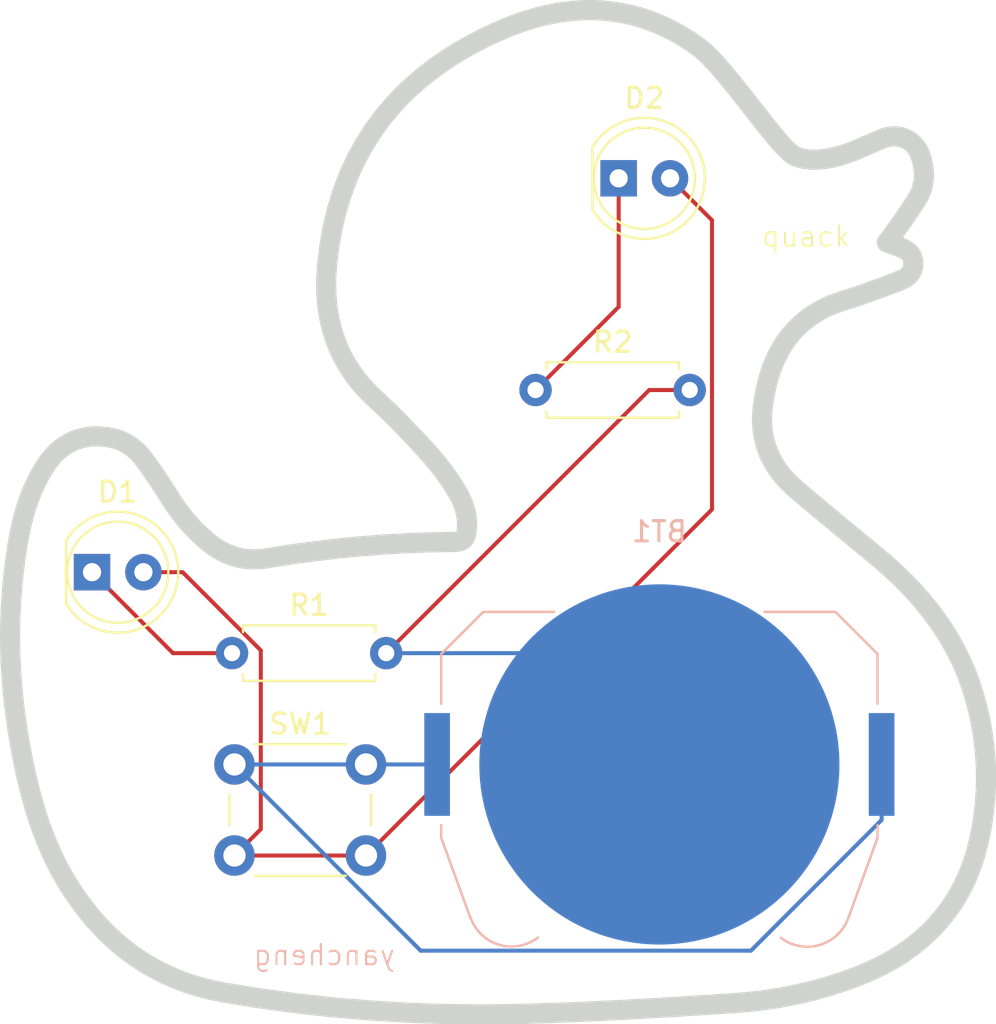
<source format=kicad_pcb>
(kicad_pcb (version 20241229) (generator "pcbnew") (generator_version "9.0")
  (layers (0 "F.Cu" signal) (2 "B.Cu" signal) (13 "F.Paste" user) (15 "B.Paste" user) (5 "F.SilkS" user "F.Silkscreen") (7 "B.SilkS" user "B.Silkscreen") (1 "F.Mask" user) (3 "B.Mask" user) (25 "Edge.Cuts" user))
  (net 0 "")
  (net 1 "Net-(BT1-+)")
  (net 2 "Net-(BT1--)")
  (net 3 "Net-(D1-K)")
  (net 4 "Net-(D2-K)")
  (net 5 "Net-(D1-A)")
  (footprint "LED_THT:LED_D5.0mm" (layer "F.Cu") (at 174.98812 68.040059)
    (property "Reference" "D2" (at 1.27 -3.96 0) (layer "F.SilkS"))
    (property "Value" "LED")
    (fp_line (start -1.29 -1.545) (end -1.29 1.545) (stroke (width 0.12)) (layer "F.SilkS"))
    (fp_arc (start -1.29 -1.54483) (mid 2.071779 -2.880495) (end 4.26 0) (stroke (width 0.12)) (layer "F.SilkS"))
    (fp_arc (start 4.26 0) (mid 2.071779 2.880495) (end -1.29 1.54483) (stroke (width 0.12)) (layer "F.SilkS"))
    (fp_circle (center 1.27 0) (end 3.77 0) (stroke (width 0.12)) (fill no) (layer "F.SilkS"))
    (pad "1" thru_hole rect (at 0 0) (size 1.8 1.8) (drill 0.9) (layers "*.Cu" "*.Mask") (net 4 "Net-(D2-K)"))
    (pad "2" thru_hole circle (at 2.54 0) (size 1.8 1.8) (drill 0.9) (layers "*.Cu" "*.Mask") (net 5 "Net-(D1-A)"))
  )
  (footprint "LED_THT:LED_D5.0mm" (layer "F.Cu") (at 148.96 87.5)
    (property "Reference" "D1" (at 1.27 -3.96 0) (layer "F.SilkS"))
    (property "Value" "LED")
    (fp_line (start -1.29 -1.545) (end -1.29 1.545) (stroke (width 0.12)) (layer "F.SilkS"))
    (fp_arc (start -1.29 -1.54483) (mid 2.071779 -2.880495) (end 4.26 0) (stroke (width 0.12)) (layer "F.SilkS"))
    (fp_arc (start 4.26 0) (mid 2.071779 2.880495) (end -1.29 1.54483) (stroke (width 0.12)) (layer "F.SilkS"))
    (fp_circle (center 1.27 0) (end 3.77 0) (stroke (width 0.12)) (fill no) (layer "F.SilkS"))
    (pad "1" thru_hole rect (at 0 0) (size 1.8 1.8) (drill 0.9) (layers "*.Cu" "*.Mask") (net 3 "Net-(D1-K)"))
    (pad "2" thru_hole circle (at 2.54 0) (size 1.8 1.8) (drill 0.9) (layers "*.Cu" "*.Mask") (net 5 "Net-(D1-A)"))
  )
  (footprint "Resistor_THT:R_Axial_DIN0207_L6.3mm_D2.5mm_P7.62mm_Horizontal" (layer "F.Cu") (at 170.88 78.5)
    (property "Reference" "R2" (at 3.81 -2.37 0) (layer "F.SilkS"))
    (property "Value" "R")
    (fp_line (start 0.54 -1.37) (end 7.08 -1.37) (stroke (width 0.12)) (layer "F.SilkS"))
    (fp_line (start 0.54 -1.04) (end 0.54 -1.37) (stroke (width 0.12)) (layer "F.SilkS"))
    (fp_line (start 0.54 1.04) (end 0.54 1.37) (stroke (width 0.12)) (layer "F.SilkS"))
    (fp_line (start 0.54 1.37) (end 7.08 1.37) (stroke (width 0.12)) (layer "F.SilkS"))
    (fp_line (start 7.08 -1.37) (end 7.08 -1.04) (stroke (width 0.12)) (layer "F.SilkS"))
    (fp_line (start 7.08 1.37) (end 7.08 1.04) (stroke (width 0.12)) (layer "F.SilkS"))
    (pad "1" thru_hole circle (at 0 0) (size 1.6 1.6) (drill 0.8) (layers "*.Cu" "*.Mask") (net 4 "Net-(D2-K)"))
    (pad "2" thru_hole circle (at 7.62 0) (size 1.6 1.6) (drill 0.8) (layers "*.Cu" "*.Mask") (net 2 "Net-(BT1--)"))
  )
  (footprint "Resistor_THT:R_Axial_DIN0207_L6.3mm_D2.5mm_P7.62mm_Horizontal" (layer "F.Cu") (at 155.88 91.5)
    (property "Reference" "R1" (at 3.81 -2.37 0) (layer "F.SilkS"))
    (property "Value" "R")
    (fp_line (start 0.54 -1.37) (end 7.08 -1.37) (stroke (width 0.12)) (layer "F.SilkS"))
    (fp_line (start 0.54 -1.04) (end 0.54 -1.37) (stroke (width 0.12)) (layer "F.SilkS"))
    (fp_line (start 0.54 1.04) (end 0.54 1.37) (stroke (width 0.12)) (layer "F.SilkS"))
    (fp_line (start 0.54 1.37) (end 7.08 1.37) (stroke (width 0.12)) (layer "F.SilkS"))
    (fp_line (start 7.08 -1.37) (end 7.08 -1.04) (stroke (width 0.12)) (layer "F.SilkS"))
    (fp_line (start 7.08 1.37) (end 7.08 1.04) (stroke (width 0.12)) (layer "F.SilkS"))
    (pad "1" thru_hole circle (at 0 0) (size 1.6 1.6) (drill 0.8) (layers "*.Cu" "*.Mask") (net 3 "Net-(D1-K)"))
    (pad "2" thru_hole circle (at 7.62 0) (size 1.6 1.6) (drill 0.8) (layers "*.Cu" "*.Mask") (net 2 "Net-(BT1--)"))
  )
  (footprint "Button_Switch_THT:SW_PUSH_6mm" (layer "F.Cu") (at 156 97)
    (property "Reference" "SW1" (at 3.25 -2 0) (layer "F.SilkS"))
    (property "Value" "SW_Push")
    (fp_line (start -0.25 1.5) (end -0.25 3) (stroke (width 0.12)) (layer "F.SilkS"))
    (fp_line (start 1 5.5) (end 5.5 5.5) (stroke (width 0.12)) (layer "F.SilkS"))
    (fp_line (start 5.5 -1) (end 1 -1) (stroke (width 0.12)) (layer "F.SilkS"))
    (fp_line (start 6.75 3) (end 6.75 1.5) (stroke (width 0.12)) (layer "F.SilkS"))
    (pad "1" thru_hole circle (at 0 0 90) (size 2 2) (drill 1.1) (layers "*.Cu" "*.Mask") (net 1 "Net-(BT1-+)"))
    (pad "1" thru_hole circle (at 6.5 0 90) (size 2 2) (drill 1.1) (layers "*.Cu" "*.Mask") (net 1 "Net-(BT1-+)"))
    (pad "2" thru_hole circle (at 0 4.5 90) (size 2 2) (drill 1.1) (layers "*.Cu" "*.Mask") (net 5 "Net-(D1-A)"))
    (pad "2" thru_hole circle (at 6.5 4.5 90) (size 2 2) (drill 1.1) (layers "*.Cu" "*.Mask") (net 5 "Net-(D1-A)"))
  )
  (footprint "Battery:BatteryHolder_Keystone_3034_1x20mm" (layer "B.Cu") (at 177 97 180)
    (property "Reference" "BT1" (at 0 11.5 0) (layer "B.SilkS") (effects (justify mirror)))
    (property "Value" "Battery_Cell")
    (fp_line (start 10.78 5.46) (end 10.78 3) (stroke (width 0.12)) (layer "B.SilkS"))
    (fp_line (start 10.78 -3) (end 10.78 -3.63) (stroke (width 0.12)) (layer "B.SilkS"))
    (fp_line (start 10.78 -3.63) (end 9.34 -7.58) (stroke (width 0.12)) (layer "B.SilkS"))
    (fp_line (start 8.7 7.54) (end 10.78 5.46) (stroke (width 0.12)) (layer "B.SilkS"))
    (fp_line (start 8.7 7.54) (end 5.2 7.54) (stroke (width 0.12)) (layer "B.SilkS"))
    (fp_line (start -5.2 7.54) (end -8.7 7.54) (stroke (width 0.12)) (layer "B.SilkS"))
    (fp_line (start -8.7 7.54) (end -10.78 5.46) (stroke (width 0.12)) (layer "B.SilkS"))
    (fp_line (start -10.78 5.46) (end -10.78 3) (stroke (width 0.12)) (layer "B.SilkS"))
    (fp_line (start -10.78 -3) (end -10.78 -3.63) (stroke (width 0.12)) (layer "B.SilkS"))
    (fp_line (start -10.78 -3.63) (end -9.34 -7.58) (stroke (width 0.12)) (layer "B.SilkS"))
    (fp_arc (start 6 -8.55) (mid 7.90634 -8.911669) (end 9.325243 -7.588169) (stroke (width 0.12)) (layer "B.SilkS"))
    (fp_arc (start -9.34 -7.58) (mid -7.921654 -8.918738) (end -6.003354 -8.56653) (stroke (width 0.12)) (layer "B.SilkS"))
    (pad "1" smd rect (at -10.985 0 180) (size 1.27 5.08) (layers "B.Cu" "B.Mask" "B.Paste") (net 1 "Net-(BT1-+)"))
    (pad "1" smd rect (at 10.985 0 180) (size 1.27 5.08) (layers "B.Cu" "B.Mask" "B.Paste") (net 1 "Net-(BT1-+)"))
    (pad "2" smd circle (at 0 0 180) (size 17.8 17.8) (layers "B.Cu" "B.Mask") (net 2 "Net-(BT1--)"))
  )
  (gr_poly (pts (xy 174.21273 59.751081) (xy 174.669908 59.797155) (xy 175.121454 59.867156) (xy 175.567353 59.960919) (xy 176.007595 60.078279) (xy 176.442165 60.219069) (xy 176.871052 60.383124) (xy 177.294243 60.570278) (xy 177.711725 60.780367) (xy 178.123486 61.013224) (xy 178.529512 61.268685) (xy 178.929791 61.546583) (xy 179.204678 61.771037) (xy 179.502977 62.057004) (xy 179.820394 62.394553) (xy 180.152632 62.773757) (xy 180.844392 63.617414) (xy 181.54389 64.508544) (xy 182.216763 65.367718) (xy 182.828643 66.115507) (xy 183.100973 66.422811) (xy 183.345167 66.672482) (xy 183.556931 66.854591) (xy 183.649309 66.917208) (xy 183.731969 66.959212) (xy 183.890733 67.015214) (xy 184.056043 67.058505) (xy 184.22715 67.0897) (xy 184.403304 67.109415) (xy 184.583757 67.118267) (xy 184.76776 67.116873) (xy 184.954563 67.10585) (xy 185.143417 67.085812) (xy 185.333573 67.057378) (xy 185.524282 67.021162) (xy 185.714794 66.977783) (xy 185.904361 66.927856) (xy 186.092234 66.871998) (xy 186.277663 66.810825) (xy 186.459898 66.744953) (xy 186.638192 66.675) (xy 186.812028 66.602807) (xy 186.985124 66.528792) (xy 187.330155 66.377913) (xy 187.675401 66.227602) (xy 187.848766 66.154299) (xy 188.022977 66.083103) (xy 188.098885 66.054773) (xy 188.174762 66.030493) (xy 188.250506 66.010221) (xy 188.326013 65.993913) (xy 188.401178 65.981524) (xy 188.475897 65.973012) (xy 188.550067 65.968332) (xy 188.623583 65.967442) (xy 188.696342 65.970297) (xy 188.76824 65.976854) (xy 188.839172 65.987069) (xy 188.909036 66.000899) (xy 188.977726 66.0183) (xy 189.04514 66.039229) (xy 189.111172 66.063641) (xy 189.17572 66.091493) (xy 189.238679 66.122742) (xy 189.299946 66.157344) (xy 189.359416 66.195255) (xy 189.416985 66.236432) (xy 189.47255 66.280832) (xy 189.526006 66.328409) (xy 189.57725 66.379122) (xy 189.626178 66.432926) (xy 189.672686 66.489777) (xy 189.71667 66.549633) (xy 189.758025 66.612449) (xy 189.796649 66.678182) (xy 189.832437 66.746788) (xy 189.865285 66.818224) (xy 189.89509 66.892446) (xy 189.921746 66.96941) (xy 189.960629 67.09908) (xy 189.994286 67.229055) (xy 190.022454 67.359199) (xy 190.044873 67.489373) (xy 190.06128 67.619442) (xy 190.071412 67.74927) (xy 190.075008 67.878718) (xy 190.071806 68.007652) (xy 190.061544 68.135933) (xy 190.043959 68.263425) (xy 190.01879 68.389992) (xy 189.985774 68.515497) (xy 189.94465 68.639803) (xy 189.895155 68.762774) (xy 189.837028 68.884272) (xy 189.770005 69.004161) (xy 189.617211 69.251393) (xy 189.459048 69.495405) (xy 189.296662 69.736881) (xy 189.131199 69.976507) (xy 188.461514 70.930206) (xy 188.438897 70.961885) (xy 188.41505 70.993299) (xy 188.389883 71.024962) (xy 188.363301 71.057389) (xy 188.305527 71.126592) (xy 188.274149 71.164399) (xy 188.240987 71.205028) (xy 188.595198 71.332694) (xy 188.762736 71.394612) (xy 188.844842 71.426452) (xy 188.926118 71.459398) (xy 188.984855 71.484595) (xy 189.042293 71.511078) (xy 189.098141 71.539096) (xy 189.152104 71.568897) (xy 189.203891 71.60073) (xy 189.253209 71.634844) (xy 189.299765 71.671486) (xy 189.343266 71.710906) (xy 189.383419 71.753351) (xy 189.402148 71.775786) (xy 189.419931 71.79907) (xy 189.436731 71.823235) (xy 189.452511 71.848312) (xy 189.467234 71.874332) (xy 189.480864 71.901326) (xy 189.493365 71.929324) (xy 189.504699 71.958359) (xy 189.51483 71.98846) (xy 189.523722 72.01966) (xy 189.531338 72.051989) (xy 189.537641 72.085478) (xy 189.542595 72.120158) (xy 189.546163 72.156061) (xy 189.549574 72.231021) (xy 189.547944 72.30372) (xy 189.541359 72.374052) (xy 189.529905 72.441914) (xy 189.51367 72.507201) (xy 189.492738 72.569809) (xy 189.467197 72.629633) (xy 189.437133 72.686569) (xy 189.402633 72.740513) (xy 189.363783 72.79136) (xy 189.320668 72.839007) (xy 189.273377 72.883348) (xy 189.221995 72.924279) (xy 189.166608 72.961697) (xy 189.107304 72.995496) (xy 189.044167 73.025573) (xy 188.807575 73.125206) (xy 188.569096 73.220521) (xy 188.329107 73.312366) (xy 188.087985 73.40159) (xy 187.119691 73.749236) (xy 186.857761 73.840314) (xy 186.593238 73.926375) (xy 186.062958 74.095848) (xy 185.800477 74.185459) (xy 185.541951 74.282452) (xy 185.414682 74.334686) (xy 185.289017 74.389929) (xy 185.165159 74.448567) (xy 185.043313 74.510988) (xy 184.869686 74.607488) (xy 184.702473 74.708185) (xy 184.541562 74.812995) (xy 184.386844 74.921838) (xy 184.238206 75.034632) (xy 184.095539 75.151293) (xy 183.958732 75.271742) (xy 183.827673 75.395895) (xy 183.702253 75.523672) (xy 183.582361 75.65499) (xy 183.467885 75.789767) (xy 183.358715 75.927922) (xy 183.254741 76.069372) (xy 183.155852 76.214037) (xy 183.061936 76.361834) (xy 182.972883 76.512681) (xy 182.808925 76.823198) (xy 182.66309 77.144935) (xy 182.534494 77.477237) (xy 182.42225 77.819448) (xy 182.325472 78.170915) (xy 182.243275 78.530983) (xy 182.174773 78.898997) (xy 182.119081 79.274303) (xy 182.087226 79.586643) (xy 182.074261 79.891815) (xy 182.080005 80.189838) (xy 182.104274 80.480731) (xy 182.146888 80.764514) (xy 182.207663 81.041205) (xy 182.286416 81.310825) (xy 182.382967 81.573392) (xy 182.497132 81.828927) (xy 182.62873 82.077448) (xy 182.777577 82.318974) (xy 182.943492 82.553526) (xy 183.126292 82.781122) (xy 183.325796 83.001782) (xy 183.54182 83.215525) (xy 183.774182 83.42237) (xy 184.736817 84.232329) (xy 185.703293 85.03777) (xy 187.64523 86.637807) (xy 188.064444 86.989965) (xy 188.471719 87.35071) (xy 188.86638 87.720477) (xy 189.247755 88.099699) (xy 189.615168 88.488813) (xy 189.967947 88.888252) (xy 190.305418 89.298451) (xy 190.626906 89.719844) (xy 190.931738 90.152866) (xy 191.219241 90.597952) (xy 191.488739 91.055536) (xy 191.739561 91.526053) (xy 191.971031 92.009936) (xy 192.182476 92.507622) (xy 192.373222 93.019544) (xy 192.542596 93.546136) (xy 192.668093 93.994406) (xy 192.778963 94.443919) (xy 192.87519 94.894551) (xy 192.956763 95.346176) (xy 193.023665 95.79867) (xy 193.075885 96.251906) (xy 193.113408 96.705761) (xy 193.13622 97.160108) (xy 193.144308 97.614824) (xy 193.137657 98.069782) (xy 193.116254 98.524858) (xy 193.080085 98.979926) (xy 193.029136 99.434862) (xy 192.963394 99.889541) (xy 192.882844 100.343836) (xy 192.787473 100.797624) (xy 192.632992 101.397253) (xy 192.447556 101.9712) (xy 192.23166 102.519689) (xy 191.985801 103.042945) (xy 191.710475 103.541191) (xy 191.406179 104.014651) (xy 191.073408 104.463549) (xy 190.712659 104.88811) (xy 190.324428 105.288556) (xy 189.90921 105.665113) (xy 189.467503 106.018004) (xy 188.999803 106.347452) (xy 188.506605 106.653683) (xy 187.988407 106.93692) (xy 187.445703 107.197387) (xy 186.878991 107.435308) (xy 186.503927 107.577869) (xy 186.12674 107.712482) (xy 185.3663 107.958096) (xy 184.598282 108.172611) (xy 183.823297 108.356491) (xy 183.041956 108.510198) (xy 182.254869 108.634195) (xy 181.462647 108.728944) (xy 180.665902 108.794908) (xy 178.0061 108.963908) (xy 175.345094 109.117977) (xy 172.683065 109.244255) (xy 170.020192 109.329881) (xy 168.1901 109.35102) (xy 166.362205 109.329923) (xy 164.536758 109.265666) (xy 162.71401 109.157325) (xy 160.894211 109.003975) (xy 159.077611 108.804693) (xy 157.264462 108.558554) (xy 155.455014 108.264634) (xy 154.831365 108.138329) (xy 154.228275 107.982826) (xy 153.645475 107.798488) (xy 153.082697 107.585679) (xy 152.539672 107.344761) (xy 152.016131 107.076099) (xy 151.511805 106.780056) (xy 151.026426 106.456995) (xy 150.559725 106.10728) (xy 150.111433 105.731273) (xy 149.681282 105.329339) (xy 149.269002 104.901841) (xy 148.874325 104.449141) (xy 148.496982 103.971604) (xy 148.136704 103.469593) (xy 147.793223 102.943471) (xy 147.572488 102.575854) (xy 147.364796 102.203392) (xy 147.169578 101.82631) (xy 146.986268 101.444831) (xy 146.814295 101.059178) (xy 146.653092 100.669575) (xy 146.502091 100.276246) (xy 146.360724 99.879414) (xy 146.228421 99.479302) (xy 146.104616 99.076135) (xy 145.880222 98.261527) (xy 145.682995 97.437379) (xy 145.50839 96.605478) (xy 145.278563 95.304988) (xy 145.103046 94.002904) (xy 145.036133 93.351308) (xy 144.983373 92.699366) (xy 144.944959 92.047095) (xy 144.921081 91.394512) (xy 144.911933 90.741636) (xy 144.917705 90.088482) (xy 144.938591 89.435068) (xy 144.974781 88.781413) (xy 145.026468 88.127532) (xy 145.093843 87.473445) (xy 145.1771 86.819167) (xy 145.276428 86.164716) (xy 145.370285 85.642222) (xy 145.481721 85.124584) (xy 145.54498 84.868026) (xy 145.613773 84.613209) (xy 145.688479 84.36031) (xy 145.76948 84.109505) (xy 145.857153 83.860969) (xy 145.95188 83.614878) (xy 146.05404 83.371409) (xy 146.164012 83.130736) (xy 146.282177 82.893037) (xy 146.408914 82.658487) (xy 146.544604 82.427261) (xy 146.689625 82.199537) (xy 146.761726 82.094406) (xy 146.835939 81.993267) (xy 146.912237 81.896127) (xy 146.990593 81.802997) (xy 147.07098 81.713887) (xy 147.153373 81.628806) (xy 147.237745 81.547764) (xy 147.324069 81.47077) (xy 147.412319 81.397835) (xy 147.502468 81.328967) (xy 147.594489 81.264176) (xy 147.688358 81.203473) (xy 147.784046 81.146866) (xy 147.881527 81.094365) (xy 147.980775 81.04598) (xy 148.081764 81.001721) (xy 148.184467 80.961597) (xy 148.288856 80.925618) (xy 148.394907 80.893793) (xy 148.502593 80.866132) (xy 148.611886 80.842645) (xy 148.72276 80.823342) (xy 148.83519 80.808231) (xy 148.949148 80.797324) (xy 149.064608 80.790628) (xy 149.181544 80.788155) (xy 149.299929 80.789913) (xy 149.419736 80.795912) (xy 149.540939 80.806162) (xy 149.663512 80.820673) (xy 149.787427 80.839453) (xy 149.91266 80.862514) (xy 150.036894 80.890605) (xy 150.157732 80.924343) (xy 150.275199 80.963569) (xy 150.38932 81.008124) (xy 150.50012 81.05785) (xy 150.607623 81.112587) (xy 150.711854 81.172176) (xy 150.812839 81.23646) (xy 150.910601 81.305278) (xy 151.005167 81.378473) (xy 151.096559 81.455884) (xy 151.184805 81.537355) (xy 151.269927 81.622725) (xy 151.351951 81.711835) (xy 151.430903 81.804528) (xy 151.506805 81.900644) (xy 151.689759 82.14633) (xy 151.868189 82.395534) (xy 152.04277 82.647687) (xy 152.21418 82.90222) (xy 152.550193 83.416151) (xy 152.88164 83.932779) (xy 152.98122 84.08533) (xy 153.0831 84.23568) (xy 153.187355 84.383783) (xy 153.294061 84.529596) (xy 153.403294 84.673072) (xy 153.51513 84.814168) (xy 153.629646 84.952838) (xy 153.746916 85.089038) (xy 153.867017 85.222722) (xy 153.990025 85.353847) (xy 154.116016 85.482366) (xy 154.245066 85.608236) (xy 154.37725 85.731411) (xy 154.512645 85.851847) (xy 154.651326 85.969499) (xy 154.79337 86.084321) (xy 154.949705 86.201899) (xy 155.108576 86.309988) (xy 155.269957 86.408565) (xy 155.433819 86.497608) (xy 155.600136 86.577094) (xy 155.768881 86.647) (xy 155.940026 86.707304) (xy 156.113545 86.757983) (xy 156.28941 86.799016) (xy 156.467594 86.830378) (xy 156.64807 86.852049) (xy 156.830811 86.864004) (xy 157.01579 86.866222) (xy 157.202979 86.85868) (xy 157.392352 86.841355) (xy 157.58388 86.814225) (xy 158.741044 86.632867) (xy 159.900062 86.473713) (xy 161.060967 86.33712) (xy 162.223794 86.223443) (xy 163.388576 86.13304) (xy 164.555349 86.066266) (xy 165.724147 86.023477) (xy 166.895003 86.005029) (xy 166.966484 86.002666) (xy 167 86) (xy 167.032075 85.99634) (xy 167.062742 85.991681) (xy 167.09203 85.986021) (xy 167.119974 85.979356) (xy 167.146603 85.971682) (xy 167.17195 85.962995) (xy 167.196046 85.953291) (xy 167.218923 85.942567) (xy 167.240613 85.930819) (xy 167.261147 85.918044) (xy 167.280557 85.904238) (xy 167.298874 85.889397) (xy 167.316131 85.873517) (xy 167.332358 85.856595) (xy 167.347588 85.838627) (xy 167.361852 85.819609) (xy 167.375183 85.799538) (xy 167.38761 85.77841) (xy 167.399167 85.756221) (xy 167.409885 85.732968) (xy 167.419795 85.708647) (xy 167.437319 85.656785) (xy 167.451993 85.600607) (xy 167.46407 85.540083) (xy 167.473804 85.475183) (xy 167.487446 85.343994) (xy 167.494474 85.214544) (xy 167.495101 85.086764) (xy 167.489543 84.960586) (xy 167.478012 84.83594) (xy 167.460724 84.712758) (xy 167.437893 84.590972) (xy 167.409734 84.470512) (xy 167.37646 84.351311) (xy 167.338287 84.2333) (xy 167.295428 84.11641) (xy 167.248098 84.000572) (xy 167.196512 83.885719) (xy 167.140883 83.771781) (xy 167.081427 83.65869) (xy 167.018357 83.546377) (xy 166.886405 83.32566) (xy 166.748987 83.109366) (xy 166.606452 82.897216) (xy 166.459149 82.688933) (xy 166.307425 82.484238) (xy 166.151627 82.282853) (xy 165.992105 82.0845) (xy 165.829205 81.8889) (xy 165.494666 81.504848) (xy 165.150795 81.128472) (xy 164.800374 80.757546) (xy 164.446187 80.389844) (xy 164.085938 80.021766) (xy 163.720848 79.658229) (xy 163.536227 79.478588) (xy 163.350083 79.30059) (xy 163.162313 79.124405) (xy 162.972812 78.950202) (xy 162.624521 78.614523) (xy 162.304985 78.267652) (xy 162.0137 77.909929) (xy 161.750164 77.541699) (xy 161.513874 77.163302) (xy 161.304326 76.77508) (xy 161.121018 76.377377) (xy 160.963446 75.970534) (xy 160.831109 75.554893) (xy 160.723502 75.130796) (xy 160.640124 74.698586) (xy 160.580471 74.258604) (xy 160.54404 73.811193) (xy 160.530328 73.356695) (xy 160.538833 72.895452) (xy 160.569051 72.427806) (xy 160.679939 71.461094) (xy 160.841616 70.528228) (xy 161.054022 69.629292) (xy 161.317101 68.764366) (xy 161.630792 67.933535) (xy 161.995039 67.13688) (xy 162.409783 66.374484) (xy 162.874966 65.64643) (xy 163.390529 64.9528) (xy 163.956413 64.293677) (xy 164.572562 63.669142) (xy 165.238917 63.07928) (xy 165.955418 62.524171) (xy 166.722009 62.003899) (xy 167.538631 61.518547) (xy 168.405225 61.068196) (xy 168.818387 60.873464) (xy 169.235505 60.689498) (xy 169.656963 60.517612) (xy 170.083145 60.359121) (xy 170.514434 60.21534) (xy 170.951216 60.087585) (xy 171.171786 60.030128) (xy 171.393873 59.977171) (xy 171.617525 59.928877) (xy 171.84279 59.885412) (xy 172.327942 59.809367) (xy 172.807525 59.758077) (xy 173.281526 59.731376) (xy 173.749932 59.729099)) (stroke (width 1)) (fill no) (layer "Edge.Cuts"))
  (gr_text "quack" (at 182 71.5 0) (layer "F.SilkS") (effects (font (size 1 1) (thickness 0.1)) (justify left bottom)))
  (gr_text "yancheng" (at 164 107 0) (layer "B.SilkS") (effects (font (size 1 1) (thickness 0.1)) (justify left bottom mirror)))
  (segment (start 156 97) (end 156.9 97) (width 0.2) (layer "F.Cu") (net 1))
  (segment (start 156 97) (end 162.5 97) (width 0.2) (layer "B.Cu") (net 1))
  (segment (start 165.201 106.201) (end 156 97) (width 0.2) (layer "B.Cu") (net 1))
  (segment (start 166.015 97) (end 162.5 97) (width 0.2) (layer "B.Cu") (net 1))
  (segment (start 181.524 106.201) (end 165.201 106.201) (width 0.2) (layer "B.Cu") (net 1))
  (segment (start 187.985 99.74) (end 181.524 106.201) (width 0.2) (layer "B.Cu") (net 1))
  (segment (start 187.985 97) (end 187.985 99.74) (width 0.2) (layer "B.Cu") (net 1))
  (segment (start 178.5 78.5) (end 176.5 78.5) (width 0.2) (layer "F.Cu") (net 2))
  (segment (start 176.5 78.5) (end 163.5 91.5) (width 0.2) (layer "F.Cu") (net 2))
  (segment (start 171.5 91.5) (end 163.5 91.5) (width 0.2) (layer "B.Cu") (net 2))
  (segment (start 177 97) (end 171.5 91.5) (width 0.2) (layer "B.Cu") (net 2))
  (segment (start 152.96 91.5) (end 148.96 87.5) (width 0.2) (layer "F.Cu") (net 3))
  (segment (start 155.88 91.5) (end 152.96 91.5) (width 0.2) (layer "F.Cu") (net 3))
  (segment (start 174.98812 74.39188) (end 170.88 78.5) (width 0.2) (layer "F.Cu") (net 4))
  (segment (start 174.98812 68.040059) (end 174.98812 74.39188) (width 0.2) (layer "F.Cu") (net 4))
  (segment (start 179.601 84.399) (end 162.5 101.5) (width 0.2) (layer "F.Cu") (net 5))
  (segment (start 151.5 87.5) (end 153.43705 87.5) (width 0.2) (layer "F.Cu") (net 5))
  (segment (start 157.301 100.199) (end 156 101.5) (width 0.2) (layer "F.Cu") (net 5))
  (segment (start 156 101.5) (end 162.5 101.5) (width 0.2) (layer "F.Cu") (net 5))
  (segment (start 157.301 91.36395) (end 157.301 100.199) (width 0.2) (layer "F.Cu") (net 5))
  (segment (start 177.52812 68.040059) (end 179.601 70.112939) (width 0.2) (layer "F.Cu") (net 5))
  (segment (start 153.43705 87.5) (end 157.301 91.36395) (width 0.2) (layer "F.Cu") (net 5))
  (segment (start 179.601 70.112939) (end 179.601 84.399) (width 0.2) (layer "F.Cu") (net 5))
)
</source>
